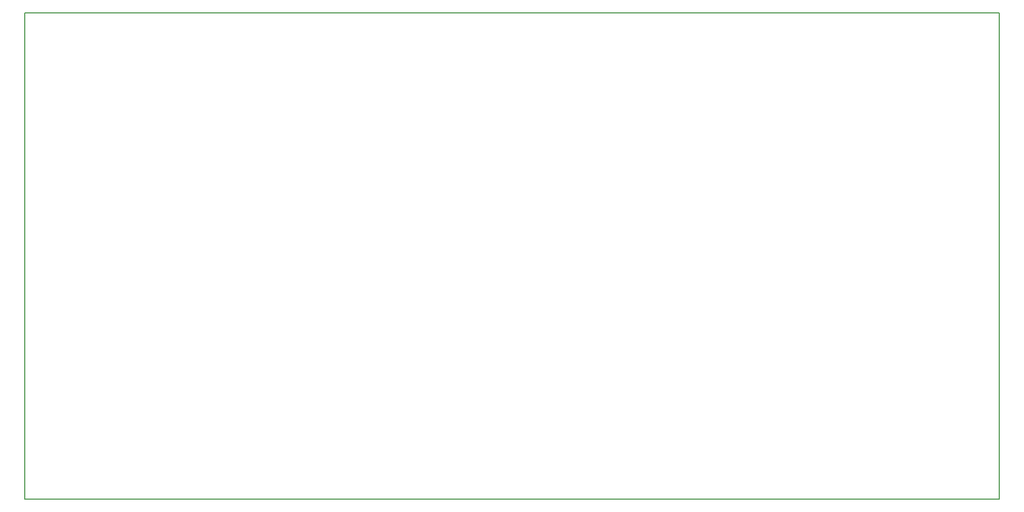
<source format=gbr>
G04 #@! TF.GenerationSoftware,KiCad,Pcbnew,(5.0.2)-1*
G04 #@! TF.CreationDate,2020-02-13T22:52:32+01:00*
G04 #@! TF.ProjectId,Nixie_Clock,4e697869-655f-4436-9c6f-636b2e6b6963,rev?*
G04 #@! TF.SameCoordinates,Original*
G04 #@! TF.FileFunction,Profile,NP*
%FSLAX46Y46*%
G04 Gerber Fmt 4.6, Leading zero omitted, Abs format (unit mm)*
G04 Created by KiCad (PCBNEW (5.0.2)-1) date 13.02.2020 22:52:32*
%MOMM*%
%LPD*%
G01*
G04 APERTURE LIST*
%ADD10C,0.150000*%
G04 APERTURE END LIST*
D10*
X245000000Y-80000000D02*
X85000000Y-80000000D01*
X245000000Y-160000000D02*
X245000000Y-80000000D01*
X85000000Y-160000000D02*
X245000000Y-160000000D01*
X85000000Y-80000000D02*
X85000000Y-160000000D01*
M02*

</source>
